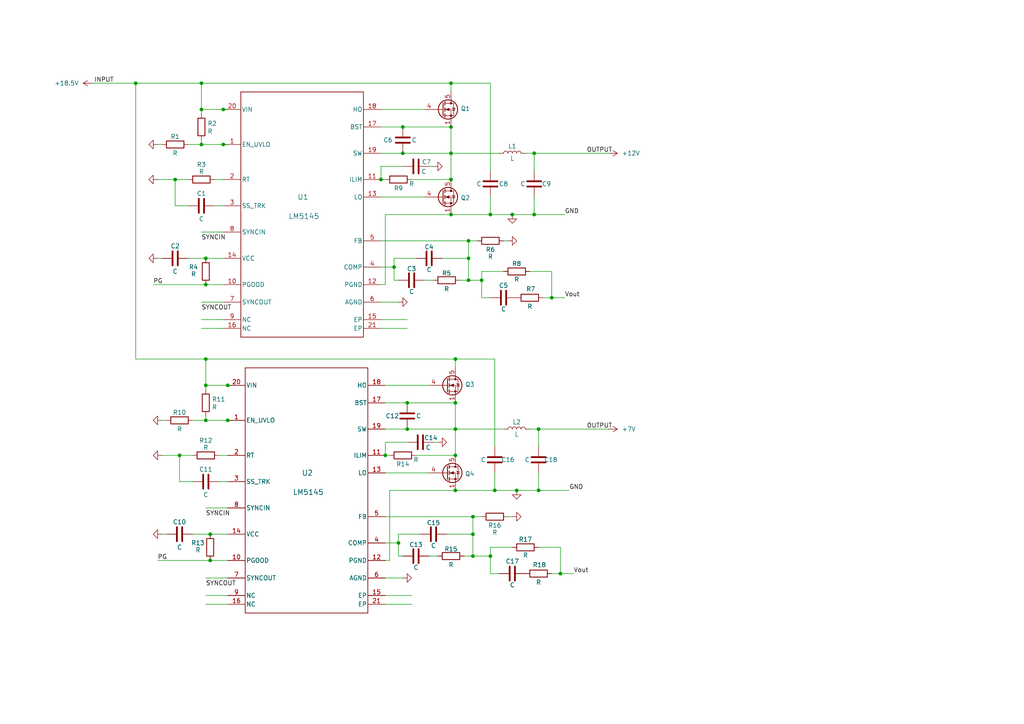
<source format=kicad_sch>
(kicad_sch (version 20231120) (generator "eeschema") (generator_version "8.0")
  (paper "A4")
  (lib_symbols
    (symbol "2024-07-27_02-47-30:LM5145RGYR" (pin_names (offset 0.254))
      (property "Reference" "U" (at 0 2.54 0))
      (property "Value" "LM5145RGYR" (at 0 0 0))
      (symbol "LM5145RGYR_0_1"
        (polyline (pts (xy -17.78 -35.56) (xy 17.78 -35.56)) (stroke (width 0.2032)))
        (polyline (pts (xy -17.78 35.56) (xy -17.78 -35.56)) (stroke (width 0.2032)))
        (polyline (pts (xy 17.78 -35.56) (xy 17.78 35.56)) (stroke (width 0.2032)))
        (polyline (pts (xy 17.78 35.56) (xy -17.78 35.56)) (stroke (width 0.2032)))
        (pin input line (at -22.86 20.32 0) (length 5.08) (name "EN_UVLO") (number "1"))
        (pin open_collector line (at -22.86 -20.32 0) (length 5.08) (name "PGOOD") (number "10"))
        (pin input line (at 22.86 10.16 180) (length 5.08) (name "ILIM") (number "11"))
        (pin power_in line (at 22.86 -20.32 180) (length 5.08) (name "PGND") (number "12"))
        (pin output line (at 22.86 5.08 180) (length 5.08) (name "LO") (number "13"))
        (pin power_in line (at -22.86 -12.7 0) (length 5.08) (name "VCC") (number "14"))
        (pin power_in line (at 22.86 -30.48 180) (length 5.08) (name "EP") (number "15"))
        (pin unspecified line (at -22.86 -33.02 0) (length 5.08) (name "NC") (number "16"))
        (pin unspecified line (at 22.86 25.4 180) (length 5.08) (name "BST") (number "17"))
        (pin output line (at 22.86 30.48 180) (length 5.08) (name "HO") (number "18"))
        (pin power_in line (at 22.86 17.78 180) (length 5.08) (name "SW") (number "19"))
        (pin input line (at -22.86 10.16 0) (length 5.08) (name "RT") (number "2"))
        (pin power_in line (at -22.86 30.48 0) (length 5.08) (name "VIN") (number "20"))
        (pin power_in line (at 22.86 -33.02 180) (length 5.08) (name "EP") (number "21"))
        (pin input line (at -22.86 2.54 0) (length 5.08) (name "SS_TRK") (number "3"))
        (pin unspecified line (at 22.86 -15.24 180) (length 5.08) (name "COMP") (number "4"))
        (pin input line (at 22.86 -7.62 180) (length 5.08) (name "FB") (number "5"))
        (pin power_in line (at 22.86 -25.4 180) (length 5.08) (name "AGND") (number "6"))
        (pin output line (at -22.86 -25.4 0) (length 5.08) (name "SYNCOUT") (number "7"))
        (pin input line (at -22.86 -5.08 0) (length 5.08) (name "SYNCIN") (number "8"))
        (pin unspecified line (at -22.86 -30.48 0) (length 5.08) (name "NC") (number "9"))
      )
    )
    (symbol "Device:C" (pin_numbers hide) (pin_names (offset 0.254))
      (property "Reference" "C" (at 0.635 2.54 0))
      (property "Value" "C" (at 0.635 -2.54 0))
      (symbol "C_0_1"
        (polyline (pts (xy -2.032 -0.762) (xy 2.032 -0.762)) (stroke (width 0.508)))
        (polyline (pts (xy -2.032 0.762) (xy 2.032 0.762)) (stroke (width 0.508)))
      )
      (symbol "C_1_1"
        (pin passive line (at 0 3.81 270) (length 2.794) (name "~") (number "1"))
        (pin passive line (at 0 -3.81 90) (length 2.794) (name "~") (number "2"))
      )
    )
    (symbol "Device:L" (pin_numbers hide) (pin_names (offset 1.016) hide)
      (property "Reference" "L" (at -1.27 0 90))
      (property "Value" "L" (at 1.905 0 90))
      (symbol "L_0_1"
        (arc (start 0 -2.54) (mid 0.6323 -1.905) (end 0 -1.27))
        (arc (start 0 -1.27) (mid 0.6323 -0.635) (end 0 0))
        (arc (start 0 0) (mid 0.6323 0.635) (end 0 1.27))
        (arc (start 0 1.27) (mid 0.6323 1.905) (end 0 2.54))
      )
      (symbol "L_1_1"
        (pin passive line (at 0 3.81 270) (length 1.27) (name "1") (number "1"))
        (pin passive line (at 0 -3.81 90) (length 1.27) (name "2") (number "2"))
      )
    )
    (symbol "Device:R" (pin_numbers hide) (pin_names (offset 0))
      (property "Reference" "R" (at 2.032 0 90))
      (property "Value" "R" (at 0 0 90))
      (symbol "R_0_1"
        (rectangle (start -1.016 -2.54) (end 1.016 2.54) (stroke (width 0.254)))
      )
      (symbol "R_1_1"
        (pin passive line (at 0 3.81 270) (length 1.27) (name "~") (number "1"))
        (pin passive line (at 0 -3.81 90) (length 1.27) (name "~") (number "2"))
      )
    )
    (symbol "Transistor_FET:CSD18563Q5A" (pin_names hide)
      (property "Reference" "Q" (at 5.08 1.905 0))
      (property "Value" "CSD18563Q5A" (at 5.08 0 0))
      (symbol "CSD18563Q5A_0_1"
        (polyline (pts (xy 0.254 0) (xy -2.54 0)))
        (polyline (pts (xy 0.254 1.905) (xy 0.254 -1.905)) (stroke (width 0.254)))
        (polyline (pts (xy 0.762 -1.27) (xy 0.762 -2.286)) (stroke (width 0.254)))
        (polyline (pts (xy 0.762 0.508) (xy 0.762 -0.508)) (stroke (width 0.254)))
        (polyline (pts (xy 0.762 2.286) (xy 0.762 1.27)) (stroke (width 0.254)))
        (polyline (pts (xy 2.54 2.54) (xy 2.54 1.778)))
        (polyline (pts (xy 2.54 -2.54) (xy 2.54 0) (xy 0.762 0)))
        (polyline (pts (xy 0.762 -1.778) (xy 3.302 -1.778) (xy 3.302 1.778) (xy 0.762 1.778)))
        (polyline (pts (xy 1.016 0) (xy 2.032 0.381) (xy 2.032 -0.381) (xy 1.016 0)) (fill (type outline)))
        (polyline (pts (xy 2.794 0.508) (xy 2.921 0.381) (xy 3.683 0.381) (xy 3.81 0.254)))
        (polyline (pts (xy 3.302 0.381) (xy 2.921 -0.254) (xy 3.683 -0.254) (xy 3.302 0.381)))
        (circle (center 1.651 0) (radius 2.794) (stroke (width 0.254)))
        (circle (center 2.54 -1.778) (radius 0.254) (fill (type outline)))
        (circle (center 2.54 1.778) (radius 0.254) (fill (type outline)))
      )
      (symbol "CSD18563Q5A_1_1"
        (pin passive line (at 2.54 -5.08 90) (length 2.54) (name "S") (number "1"))
        (pin passive line (at 2.54 -5.08 90) (length 2.54) hide (name "S") (number "2"))
        (pin passive line (at 2.54 -5.08 90) (length 2.54) hide (name "S") (number "3"))
        (pin passive line (at -5.08 0 0) (length 2.54) (name "G") (number "4"))
        (pin passive line (at 2.54 5.08 270) (length 2.54) (name "D") (number "5"))
      )
    )
    (symbol "power:+12V" (power) (pin_numbers hide) (pin_names (offset 0) hide)
      (property "Value" "+12V" (at 0 3.556 0))
      (symbol "+12V_0_1"
        (polyline (pts (xy -0.762 1.27) (xy 0 2.54)))
        (polyline (pts (xy 0 0) (xy 0 2.54)))
        (polyline (pts (xy 0 2.54) (xy 0.762 1.27)))
      )
      (symbol "+12V_1_1"
        (pin power_in line (at 0 0 90) (length 0) (name "~") (number "1"))
      )
    )
    (symbol "power:+7.5V" (power) (pin_numbers hide) (pin_names (offset 0) hide)
      (property "Value" "+7.5V" (at 0 3.556 0))
      (symbol "+7.5V_0_1"
        (polyline (pts (xy -0.762 1.27) (xy 0 2.54)))
        (polyline (pts (xy 0 0) (xy 0 2.54)))
        (polyline (pts (xy 0 2.54) (xy 0.762 1.27)))
      )
      (symbol "+7.5V_1_1"
        (pin power_in line (at 0 0 90) (length 0) (name "~") (number "1"))
      )
    )
    (symbol "power:GND" (power) (pin_numbers hide) (pin_names (offset 0) hide)
      (property "Value" "GND" (at 0 -3.81 0))
      (symbol "GND_0_1"
        (polyline (pts (xy 0 0) (xy 0 -1.27) (xy 1.27 -1.27) (xy 0 -2.54) (xy -1.27 -1.27) (xy 0 -1.27)))
      )
      (symbol "GND_1_1"
        (pin power_in line (at 0 0 270) (length 0) (name "~") (number "1"))
      )
    )
  )
  (junction (at 137.16 154.94))
  (junction (at 59.69 111.76))
  (junction (at 116.84 36.83))
  (junction (at 130.81 36.83))
  (junction (at 156.21 124.46))
  (junction (at 59.69 121.92))
  (junction (at 132.08 124.46))
  (junction (at 114.3 77.47))
  (junction (at 149.86 142.24))
  (junction (at 115.57 157.48))
  (junction (at 39.37 24.13))
  (junction (at 59.69 104.14))
  (junction (at 162.56 166.37))
  (junction (at 130.81 24.13))
  (junction (at 142.24 161.29))
  (junction (at 110.49 52.07))
  (junction (at 132.08 104.14))
  (junction (at 50.8 52.07))
  (junction (at 111.76 132.08))
  (junction (at 132.08 116.84))
  (junction (at 160.02 86.36))
  (junction (at 58.42 24.13))
  (junction (at 116.84 44.45))
  (junction (at 139.7 81.28))
  (junction (at 64.77 41.91))
  (junction (at 130.81 62.23))
  (junction (at 52.07 132.08))
  (junction (at 135.89 69.85))
  (junction (at 143.51 142.24))
  (junction (at 66.04 121.92))
  (junction (at 156.21 142.24))
  (junction (at 148.59 62.23))
  (junction (at 154.94 44.45))
  (junction (at 60.96 154.94))
  (junction (at 142.24 62.23))
  (junction (at 130.81 52.07))
  (junction (at 118.11 116.84))
  (junction (at 64.77 31.75))
  (junction (at 58.42 41.91))
  (junction (at 132.08 132.08))
  (junction (at 132.08 142.24))
  (junction (at 135.89 74.93))
  (junction (at 60.96 162.56))
  (junction (at 118.11 124.46))
  (junction (at 59.69 82.55))
  (junction (at 154.94 62.23))
  (junction (at 137.16 161.29))
  (junction (at 59.69 74.93))
  (junction (at 58.42 31.75))
  (junction (at 130.81 44.45))
  (junction (at 66.04 111.76))
  (junction (at 135.89 81.28))
  (junction (at 137.16 149.86))
  (wire (pts (xy 67.31 121.92) (xy 66.04 121.92)))
  (wire (pts (xy 143.51 142.24) (xy 149.86 142.24)))
  (wire (pts (xy 157.48 86.36) (xy 160.02 86.36)))
  (wire (pts (xy 110.49 31.75) (xy 123.19 31.75)))
  (wire (pts (xy 132.08 104.14) (xy 132.08 106.68)))
  (wire (pts (xy 59.69 111.76) (xy 59.69 113.03)))
  (wire (pts (xy 110.49 48.26) (xy 110.49 52.07)))
  (wire (pts (xy 154.94 62.23) (xy 163.83 62.23)))
  (wire (pts (xy 111.76 157.48) (xy 115.57 157.48)))
  (wire (pts (xy 46.99 154.94) (xy 48.26 154.94)))
  (wire (pts (xy 130.81 62.23) (xy 142.24 62.23)))
  (wire (pts (xy 110.49 57.15) (xy 123.19 57.15)))
  (wire (pts (xy 142.24 158.75) (xy 148.59 158.75)))
  (wire (pts (xy 132.08 124.46) (xy 132.08 132.08)))
  (wire (pts (xy 135.89 81.28) (xy 139.7 81.28)))
  (wire (pts (xy 62.23 59.69) (xy 64.77 59.69)))
  (wire (pts (xy 118.11 124.46) (xy 132.08 124.46)))
  (wire (pts (xy 110.49 92.71) (xy 118.11 92.71)))
  (wire (pts (xy 121.92 154.94) (xy 115.57 154.94)))
  (wire (pts (xy 115.57 154.94) (xy 115.57 157.48)))
  (wire (pts (xy 54.61 74.93) (xy 59.69 74.93)))
  (wire (pts (xy 115.57 81.28) (xy 114.3 81.28)))
  (wire (pts (xy 116.84 161.29) (xy 115.57 161.29)))
  (wire (pts (xy 111.76 172.72) (xy 119.38 172.72)))
  (wire (pts (xy 58.42 31.75) (xy 58.42 33.02)))
  (wire (pts (xy 142.24 161.29) (xy 142.24 166.37)))
  (wire (pts (xy 130.81 44.45) (xy 130.81 52.07)))
  (wire (pts (xy 58.42 92.71) (xy 64.77 92.71)))
  (wire (pts (xy 148.59 62.23) (xy 154.94 62.23)))
  (wire (pts (xy 135.89 69.85) (xy 135.89 74.93)))
  (wire (pts (xy 162.56 166.37) (xy 166.37 166.37)))
  (wire (pts (xy 111.76 149.86) (xy 137.16 149.86)))
  (wire (pts (xy 110.49 77.47) (xy 114.3 77.47)))
  (wire (pts (xy 66.04 31.75) (xy 64.77 31.75)))
  (wire (pts (xy 142.24 62.23) (xy 148.59 62.23)))
  (wire (pts (xy 124.46 48.26) (xy 125.73 48.26)))
  (wire (pts (xy 46.99 132.08) (xy 52.07 132.08)))
  (wire (pts (xy 52.07 132.08) (xy 55.88 132.08)))
  (wire (pts (xy 123.19 81.28) (xy 125.73 81.28)))
  (wire (pts (xy 139.7 86.36) (xy 142.24 86.36)))
  (wire (pts (xy 113.03 142.24) (xy 132.08 142.24)))
  (wire (pts (xy 39.37 104.14) (xy 59.69 104.14)))
  (wire (pts (xy 111.76 62.23) (xy 130.81 62.23)))
  (wire (pts (xy 45.72 52.07) (xy 50.8 52.07)))
  (wire (pts (xy 66.04 111.76) (xy 59.69 111.76)))
  (wire (pts (xy 156.21 124.46) (xy 156.21 129.54)))
  (wire (pts (xy 59.69 175.26) (xy 66.04 175.26)))
  (wire (pts (xy 152.4 44.45) (xy 154.94 44.45)))
  (wire (pts (xy 39.37 24.13) (xy 39.37 104.14)))
  (wire (pts (xy 156.21 137.16) (xy 156.21 142.24)))
  (wire (pts (xy 111.76 52.07) (xy 110.49 52.07)))
  (wire (pts (xy 62.23 52.07) (xy 64.77 52.07)))
  (wire (pts (xy 139.7 78.74) (xy 139.7 81.28)))
  (wire (pts (xy 67.31 111.76) (xy 66.04 111.76)))
  (wire (pts (xy 129.54 154.94) (xy 137.16 154.94)))
  (wire (pts (xy 58.42 40.64) (xy 58.42 41.91)))
  (wire (pts (xy 111.76 128.27) (xy 111.76 132.08)))
  (wire (pts (xy 160.02 166.37) (xy 162.56 166.37)))
  (wire (pts (xy 162.56 158.75) (xy 162.56 166.37)))
  (wire (pts (xy 50.8 52.07) (xy 54.61 52.07)))
  (wire (pts (xy 135.89 74.93) (xy 135.89 81.28)))
  (wire (pts (xy 147.32 149.86) (xy 148.59 149.86)))
  (wire (pts (xy 58.42 24.13) (xy 130.81 24.13)))
  (wire (pts (xy 137.16 149.86) (xy 137.16 154.94)))
  (wire (pts (xy 156.21 142.24) (xy 165.1 142.24)))
  (wire (pts (xy 137.16 161.29) (xy 142.24 161.29)))
  (wire (pts (xy 50.8 59.69) (xy 50.8 52.07)))
  (wire (pts (xy 142.24 166.37) (xy 144.78 166.37)))
  (wire (pts (xy 125.73 128.27) (xy 127 128.27)))
  (wire (pts (xy 114.3 74.93) (xy 114.3 77.47)))
  (wire (pts (xy 115.57 161.29) (xy 115.57 157.48)))
  (wire (pts (xy 110.49 48.26) (xy 116.84 48.26)))
  (wire (pts (xy 58.42 41.91) (xy 64.77 41.91)))
  (wire (pts (xy 132.08 142.24) (xy 143.51 142.24)))
  (wire (pts (xy 116.84 44.45) (xy 130.81 44.45)))
  (wire (pts (xy 48.26 121.92) (xy 46.99 121.92)))
  (wire (pts (xy 139.7 81.28) (xy 139.7 86.36)))
  (wire (pts (xy 139.7 78.74) (xy 146.05 78.74)))
  (wire (pts (xy 111.76 124.46) (xy 118.11 124.46)))
  (wire (pts (xy 58.42 87.63) (xy 64.77 87.63)))
  (wire (pts (xy 52.07 139.7) (xy 55.88 139.7)))
  (wire (pts (xy 46.99 41.91) (xy 45.72 41.91)))
  (wire (pts (xy 130.81 24.13) (xy 130.81 26.67)))
  (wire (pts (xy 50.8 59.69) (xy 54.61 59.69)))
  (wire (pts (xy 45.72 74.93) (xy 46.99 74.93)))
  (wire (pts (xy 66.04 41.91) (xy 64.77 41.91)))
  (wire (pts (xy 120.65 132.08) (xy 132.08 132.08)))
  (wire (pts (xy 113.03 132.08) (xy 111.76 132.08)))
  (wire (pts (xy 130.81 24.13) (xy 142.24 24.13)))
  (wire (pts (xy 111.76 116.84) (xy 118.11 116.84)))
  (wire (pts (xy 160.02 86.36) (xy 163.83 86.36)))
  (wire (pts (xy 44.45 82.55) (xy 59.69 82.55)))
  (wire (pts (xy 110.49 44.45) (xy 116.84 44.45)))
  (wire (pts (xy 110.49 36.83) (xy 116.84 36.83)))
  (wire (pts (xy 132.08 104.14) (xy 143.51 104.14)))
  (wire (pts (xy 59.69 104.14) (xy 59.69 111.76)))
  (wire (pts (xy 134.62 161.29) (xy 137.16 161.29)))
  (wire (pts (xy 149.86 142.24) (xy 156.21 142.24)))
  (wire (pts (xy 130.81 36.83) (xy 130.81 44.45)))
  (wire (pts (xy 110.49 95.25) (xy 118.11 95.25)))
  (wire (pts (xy 59.69 172.72) (xy 66.04 172.72)))
  (wire (pts (xy 54.61 41.91) (xy 58.42 41.91)))
  (wire (pts (xy 124.46 161.29) (xy 127 161.29)))
  (wire (pts (xy 156.21 158.75) (xy 162.56 158.75)))
  (wire (pts (xy 59.69 104.14) (xy 132.08 104.14)))
  (wire (pts (xy 110.49 87.63) (xy 115.57 87.63)))
  (wire (pts (xy 111.76 167.64) (xy 116.84 167.64)))
  (wire (pts (xy 138.43 69.85) (xy 135.89 69.85)))
  (wire (pts (xy 59.69 120.65) (xy 59.69 121.92)))
  (wire (pts (xy 142.24 57.15) (xy 142.24 62.23)))
  (wire (pts (xy 142.24 158.75) (xy 142.24 161.29)))
  (wire (pts (xy 59.69 74.93) (xy 64.77 74.93)))
  (wire (pts (xy 119.38 52.07) (xy 130.81 52.07)))
  (wire (pts (xy 116.84 36.83) (xy 130.81 36.83)))
  (wire (pts (xy 111.76 111.76) (xy 124.46 111.76)))
  (wire (pts (xy 143.51 137.16) (xy 143.51 142.24)))
  (wire (pts (xy 111.76 128.27) (xy 118.11 128.27)))
  (wire (pts (xy 52.07 139.7) (xy 52.07 132.08)))
  (wire (pts (xy 111.76 137.16) (xy 124.46 137.16)))
  (wire (pts (xy 153.67 78.74) (xy 160.02 78.74)))
  (wire (pts (xy 142.24 24.13) (xy 142.24 49.53)))
  (wire (pts (xy 63.5 139.7) (xy 66.04 139.7)))
  (wire (pts (xy 113.03 142.24) (xy 113.03 162.56)))
  (wire (pts (xy 139.7 149.86) (xy 137.16 149.86)))
  (wire (pts (xy 45.72 162.56) (xy 60.96 162.56)))
  (wire (pts (xy 64.77 31.75) (xy 58.42 31.75)))
  (wire (pts (xy 63.5 132.08) (xy 66.04 132.08)))
  (wire (pts (xy 39.37 24.13) (xy 58.42 24.13)))
  (wire (pts (xy 60.96 154.94) (xy 66.04 154.94)))
  (wire (pts (xy 118.11 116.84) (xy 132.08 116.84)))
  (wire (pts (xy 143.51 104.14) (xy 143.51 129.54)))
  (wire (pts (xy 160.02 78.74) (xy 160.02 86.36)))
  (wire (pts (xy 128.27 74.93) (xy 135.89 74.93)))
  (wire (pts (xy 154.94 44.45) (xy 154.94 49.53)))
  (wire (pts (xy 59.69 82.55) (xy 64.77 82.55)))
  (wire (pts (xy 113.03 162.56) (xy 111.76 162.56)))
  (wire (pts (xy 137.16 154.94) (xy 137.16 161.29)))
  (wire (pts (xy 133.35 81.28) (xy 135.89 81.28)))
  (wire (pts (xy 154.94 57.15) (xy 154.94 62.23)))
  (wire (pts (xy 111.76 175.26) (xy 119.38 175.26)))
  (wire (pts (xy 26.67 24.13) (xy 39.37 24.13)))
  (wire (pts (xy 154.94 44.45) (xy 176.53 44.45)))
  (wire (pts (xy 156.21 124.46) (xy 176.53 124.46)))
  (wire (pts (xy 132.08 116.84) (xy 132.08 124.46)))
  (wire (pts (xy 60.96 162.56) (xy 66.04 162.56)))
  (wire (pts (xy 110.49 69.85) (xy 135.89 69.85)))
  (wire (pts (xy 120.65 74.93) (xy 114.3 74.93)))
  (wire (pts (xy 146.05 69.85) (xy 147.32 69.85)))
  (wire (pts (xy 59.69 121.92) (xy 66.04 121.92)))
  (wire (pts (xy 59.69 147.32) (xy 66.04 147.32)))
  (wire (pts (xy 114.3 81.28) (xy 114.3 77.47)))
  (wire (pts (xy 58.42 67.31) (xy 64.77 67.31)))
  (wire (pts (xy 59.69 167.64) (xy 66.04 167.64)))
  (wire (pts (xy 130.81 44.45) (xy 144.78 44.45)))
  (wire (pts (xy 153.67 124.46) (xy 156.21 124.46)))
  (wire (pts (xy 58.42 95.25) (xy 64.77 95.25)))
  (wire (pts (xy 55.88 154.94) (xy 60.96 154.94)))
  (wire (pts (xy 111.76 82.55) (xy 110.49 82.55)))
  (wire (pts (xy 132.08 124.46) (xy 146.05 124.46)))
  (wire (pts (xy 55.88 121.92) (xy 59.69 121.92)))
  (wire (pts (xy 111.76 62.23) (xy 111.76 82.55)))
  (wire (pts (xy 58.42 24.13) (xy 58.42 31.75)))
  (label "Vout" (at 166.37 166.37 0))
  (label "PG" (at 44.45 82.55 0))
  (label "GND" (at 163.83 62.23 0))
  (label "SYNCIN" (at 59.69 149.86 0))
  (label "OUTPUT" (at 170.18 44.45 0))
  (label "Vout" (at 163.83 86.36 0))
  (label "SYNCIN" (at 58.42 69.85 0))
  (label "INPUT" (at 33.02 24.13 180))
  (label "SYNCOUT" (at 58.42 90.17 0))
  (label "GND" (at 165.1 142.24 0))
  (label "OUTPUT" (at 170.18 124.46 0))
  (label "PG" (at 45.72 162.56 0))
  (label "SYNCOUT" (at 59.69 170.18 0))
  (symbol (lib_id "power:GND") (at 116.84 167.64 90) (unit 1)
    (property "Reference" "#PWR013" (effects (hide yes)))
    (property "Value" "GND" (effects (hide yes)))
    (property "Description" "Power symbol creates a global label with name \"GND\" , ground" (effects (hide yes)))
  )
  (symbol (lib_id "Device:L") (at 148.59 44.45 90) (unit 1)
    (property "Reference" "L1" (at 148.59 42.418 90))
    (property "Value" "L" (at 148.59 45.974 90))
    (property "Description" "Inductor" (effects (hide yes)))
  )
  (symbol (lib_id "Device:R") (at 115.57 52.07 90) (unit 1)
    (property "Reference" "R9" (at 115.57 54.61 90))
    (property "Value" "R" (at 119.38 53.34 90))
    (property "Description" "Resistor" (effects (hide yes)))
  )
  (symbol (lib_id "power:GND") (at 148.59 149.86 90) (unit 1)
    (property "Reference" "#PWR015" (effects (hide yes)))
    (property "Value" "GND" (effects (hide yes)))
    (property "Description" "Power symbol creates a global label with name \"GND\" , ground" (effects (hide yes)))
  )
  (symbol (lib_id "Device:C") (at 143.51 133.35 0) (unit 1)
    (property "Reference" "C16" (at 147.32 133.35 0))
    (property "Value" "C" (at 140.208 133.35 0))
    (property "Description" "Unpolarized capacitor" (effects (hide yes)))
  )
  (symbol (lib_id "Device:R") (at 143.51 149.86 90) (unit 1)
    (property "Reference" "R16" (at 143.51 152.4 90))
    (property "Value" "R" (at 143.51 154.432 90))
    (property "Description" "Resistor" (effects (hide yes)))
  )
  (symbol (lib_id "power:GND") (at 127 128.27 90) (unit 1)
    (property "Reference" "#PWR014" (effects (hide yes)))
    (property "Value" "GND" (effects (hide yes)))
    (property "Description" "Power symbol creates a global label with name \"GND\" , ground" (effects (hide yes)))
  )
  (symbol (lib_id "Device:C") (at 148.59 166.37 90) (unit 1)
    (property "Reference" "C17" (at 148.59 162.814 90))
    (property "Value" "C" (at 148.59 169.672 90))
    (property "Description" "Unpolarized capacitor" (effects (hide yes)))
  )
  (symbol (lib_id "power:+7.5V") (at 176.53 124.46 270) (unit 1)
    (property "Reference" "#PWR017" (effects (hide yes)))
    (property "Value" "+7V" (at 180.34 124.4599 90) (effects (justify left)))
    (property "Description" "Power symbol creates a global label with name \"+7.5V\"" (effects (hide yes)))
  )
  (symbol (lib_id "Device:C") (at 58.42 59.69 90) (unit 1)
    (property "Reference" "C1" (at 58.42 56.134 90))
    (property "Value" "C" (at 58.42 63.5 90))
    (property "Description" "Unpolarized capacitor" (effects (hide yes)))
  )
  (symbol (lib_id "Device:C") (at 125.73 154.94 90) (unit 1)
    (property "Reference" "C15" (at 125.73 151.638 90))
    (property "Value" "C" (at 125.73 158.242 90))
    (property "Description" "Unpolarized capacitor" (effects (hide yes)))
  )
  (symbol (lib_id "power:GND") (at 45.72 41.91 270) (unit 1)
    (property "Reference" "#PWR01" (effects (hide yes)))
    (property "Value" "GND" (effects (hide yes)))
    (property "Description" "Power symbol creates a global label with name \"GND\" , ground" (effects (hide yes)))
  )
  (symbol (lib_id "Device:C") (at 119.38 81.28 90) (unit 1)
    (property "Reference" "C3" (at 119.38 77.978 90))
    (property "Value" "C" (at 119.38 84.582 90))
    (property "Description" "Unpolarized capacitor" (effects (hide yes)))
  )
  (symbol (lib_id "power:GND") (at 46.99 121.92 270) (unit 1)
    (property "Reference" "#PWR010" (effects (hide yes)))
    (property "Value" "GND" (effects (hide yes)))
    (property "Description" "Power symbol creates a global label with name \"GND\" , ground" (effects (hide yes)))
  )
  (symbol (lib_id "power:GND") (at 149.86 142.24 0) (unit 1)
    (property "Reference" "#PWR016" (effects (hide yes)))
    (property "Value" "GND" (effects (hide yes)))
    (property "Description" "Power symbol creates a global label with name \"GND\" , ground" (effects (hide yes)))
  )
  (symbol (lib_id "power:GND") (at 46.99 154.94 270) (unit 1)
    (property "Reference" "#PWR012" (effects (hide yes)))
    (property "Value" "GND" (effects (hide yes)))
    (property "Description" "Power symbol creates a global label with name \"GND\" , ground" (effects (hide yes)))
  )
  (symbol (lib_id "power:+12V") (at 26.67 24.13 90) (unit 1)
    (property "Reference" "#PWR07" (effects (hide yes)))
    (property "Value" "+18.5V" (at 19.304 24.13 90))
    (property "Description" "Power symbol creates a global label with name \"+12V\"" (effects (hide yes)))
  )
  (symbol (lib_id "Transistor_FET:CSD18563Q5A") (at 128.27 31.75 0) (unit 1)
    (property "Reference" "Q1" (at 133.604 31.496 0) (effects (justify left)))
    (property "Value" "CSD18563Q5A" (effects (hide yes)))
    (property "Footprint" "Package_TO_SOT_SMD:TDSON-8-1" (effects (hide yes)))
    (property "Datasheet" "http://www.ti.com/lit/gpn/csd18563q5a" (effects (hide yes)))
    (property "Description" "100A Id, 60V Vds, NexFET N-Channel Power MOSFET, 6.8mOhm Ron, 15nC Qg(typ), SON8 5x6mm" (effects (hide yes)))
  )
  (symbol (lib_id "Device:C") (at 121.92 128.27 270) (unit 1)
    (property "Reference" "C14" (at 124.968 127 90))
    (property "Value" "C" (at 124.206 129.794 90))
    (property "Description" "Unpolarized capacitor" (effects (hide yes)))
  )
  (symbol (lib_id "power:GND") (at 45.72 74.93 270) (unit 1)
    (property "Reference" "#PWR04" (effects (hide yes)))
    (property "Value" "GND" (effects (hide yes)))
    (property "Description" "Power symbol creates a global label with name \"GND\" , ground" (effects (hide yes)))
  )
  (symbol (lib_id "Device:C") (at 124.46 74.93 90) (unit 1)
    (property "Reference" "C4" (at 124.46 71.628 90))
    (property "Value" "C" (at 124.46 78.232 90))
    (property "Description" "Unpolarized capacitor" (effects (hide yes)))
  )
  (symbol (lib_id "Device:R") (at 58.42 52.07 270) (unit 1)
    (property "Reference" "R3" (at 58.42 47.752 90))
    (property "Value" "R" (at 58.42 49.784 90))
    (property "Description" "Resistor" (effects (hide yes)))
  )
  (symbol (lib_id "power:GND") (at 125.73 48.26 90) (unit 1)
    (property "Reference" "#PWR06" (effects (hide yes)))
    (property "Value" "GND" (effects (hide yes)))
    (property "Description" "Power symbol creates a global label with name \"GND\" , ground" (effects (hide yes)))
  )
  (symbol (lib_id "Device:R") (at 129.54 81.28 90) (unit 1)
    (property "Reference" "R5" (at 129.54 79.248 90))
    (property "Value" "R" (at 129.54 83.82 90))
    (property "Description" "Resistor" (effects (hide yes)))
  )
  (symbol (lib_id "Device:L") (at 149.86 124.46 90) (unit 1)
    (property "Reference" "L2" (at 149.86 122.428 90))
    (property "Value" "L" (at 149.86 125.984 90))
    (property "Description" "Inductor" (effects (hide yes)))
  )
  (symbol (lib_id "Device:R") (at 156.21 166.37 90) (unit 1)
    (property "Reference" "R18" (at 156.464 163.83 90))
    (property "Value" "R" (at 156.21 168.91 90))
    (property "Description" "Resistor" (effects (hide yes)))
  )
  (symbol (lib_id "Transistor_FET:CSD18563Q5A") (at 128.27 57.15 0) (unit 1)
    (property "Reference" "Q2" (at 133.604 57.404 0) (effects (justify left)))
    (property "Value" "CSD18563Q5A" (effects (hide yes)))
    (property "Footprint" "Package_TO_SOT_SMD:TDSON-8-1" (effects (hide yes)))
    (property "Datasheet" "http://www.ti.com/lit/gpn/csd18563q5a" (effects (hide yes)))
    (property "Description" "100A Id, 60V Vds, NexFET N-Channel Power MOSFET, 6.8mOhm Ron, 15nC Qg(typ), SON8 5x6mm" (effects (hide yes)))
  )
  (symbol (lib_id "2024-07-27_02-47-30:LM5145RGYR") (at 88.9 142.24 0) (unit 1)
    (property "Reference" "U2" (at 89.154 137.16 0) (effects (font (size 1.524 1.524))))
    (property "Value" "LM5145" (at 89.408 142.748 0) (effects (font (size 1.524 1.524))))
    (property "Footprint" "RGY0020B" (effects (hide yes)))
    (property "Datasheet" "LM5145RGYR" (effects (hide yes)))
  )
  (symbol (lib_id "Device:R") (at 58.42 36.83 180) (unit 1)
    (property "Reference" "R2" (at 60.198 35.814 0) (effects (justify right)))
    (property "Value" "R" (at 60.198 38.1 0) (effects (justify right)))
    (property "Description" "Resistor" (effects (hide yes)))
  )
  (symbol (lib_id "Device:R") (at 116.84 132.08 90) (unit 1)
    (property "Reference" "R14" (at 116.84 134.62 90))
    (property "Value" "R" (at 120.65 133.35 90))
    (property "Description" "Resistor" (effects (hide yes)))
  )
  (symbol (lib_id "Device:C") (at 154.94 53.34 0) (unit 1)
    (property "Reference" "C9" (at 158.496 53.34 0))
    (property "Value" "C" (at 151.638 53.34 0))
    (property "Description" "Unpolarized capacitor" (effects (hide yes)))
  )
  (symbol (lib_id "Device:R") (at 152.4 158.75 90) (unit 1)
    (property "Reference" "R17" (at 152.4 156.464 90))
    (property "Value" "R" (at 152.4 161.036 90))
    (property "Description" "Resistor" (effects (hide yes)))
  )
  (symbol (lib_id "power:GND") (at 45.72 52.07 270) (unit 1)
    (property "Reference" "#PWR02" (effects (hide yes)))
    (property "Value" "GND" (effects (hide yes)))
    (property "Description" "Power symbol creates a global label with name \"GND\" , ground" (effects (hide yes)))
  )
  (symbol (lib_id "Device:C") (at 52.07 154.94 90) (unit 1)
    (property "Reference" "C10" (at 52.07 151.384 90))
    (property "Value" "C" (at 52.07 158.75 90))
    (property "Description" "Unpolarized capacitor" (effects (hide yes)))
  )
  (symbol (lib_id "Device:R") (at 50.8 41.91 270) (unit 1)
    (property "Reference" "R1" (at 50.8 39.624 90))
    (property "Value" "R" (at 50.8 44.45 90))
    (property "Description" "Resistor" (effects (hide yes)))
  )
  (symbol (lib_id "Device:C") (at 142.24 53.34 0) (unit 1)
    (property "Reference" "C8" (at 146.05 53.34 0))
    (property "Value" "C" (at 138.938 53.34 0))
    (property "Description" "Unpolarized capacitor" (effects (hide yes)))
  )
  (symbol (lib_id "Transistor_FET:CSD18563Q5A") (at 129.54 111.76 0) (unit 1)
    (property "Reference" "Q3" (at 134.874 111.506 0) (effects (justify left)))
    (property "Value" "CSD18563Q5A" (effects (hide yes)))
    (property "Footprint" "Package_TO_SOT_SMD:TDSON-8-1" (effects (hide yes)))
    (property "Datasheet" "http://www.ti.com/lit/gpn/csd18563q5a" (effects (hide yes)))
    (property "Description" "100A Id, 60V Vds, NexFET N-Channel Power MOSFET, 6.8mOhm Ron, 15nC Qg(typ), SON8 5x6mm" (effects (hide yes)))
  )
  (symbol (lib_id "power:GND") (at 115.57 87.63 90) (unit 1)
    (property "Reference" "#PWR03" (effects (hide yes)))
    (property "Value" "GND" (effects (hide yes)))
    (property "Description" "Power symbol creates a global label with name \"GND\" , ground" (effects (hide yes)))
  )
  (symbol (lib_id "Device:R") (at 130.81 161.29 90) (unit 1)
    (property "Reference" "R15" (at 130.81 159.258 90))
    (property "Value" "R" (at 130.81 163.83 90))
    (property "Description" "Resistor" (effects (hide yes)))
  )
  (symbol (lib_id "power:GND") (at 147.32 69.85 90) (unit 1)
    (property "Reference" "#PWR05" (effects (hide yes)))
    (property "Value" "GND" (effects (hide yes)))
    (property "Description" "Power symbol creates a global label with name \"GND\" , ground" (effects (hide yes)))
  )
  (symbol (lib_id "Device:R") (at 59.69 116.84 180) (unit 1)
    (property "Reference" "R11" (at 61.468 115.824 0) (effects (justify right)))
    (property "Value" "R" (at 61.468 118.11 0) (effects (justify right)))
    (property "Description" "Resistor" (effects (hide yes)))
  )
  (symbol (lib_id "2024-07-27_02-47-30:LM5145RGYR") (at 87.63 62.23 0) (unit 1)
    (property "Reference" "U1" (at 87.884 57.15 0) (effects (font (size 1.524 1.524))))
    (property "Value" "LM5145" (at 88.138 62.738 0) (effects (font (size 1.524 1.524))))
    (property "Footprint" "RGY0020B" (effects (hide yes)))
    (property "Datasheet" "LM5145RGYR" (effects (hide yes)))
  )
  (symbol (lib_id "Device:C") (at 156.21 133.35 0) (unit 1)
    (property "Reference" "C18" (at 159.766 133.35 0))
    (property "Value" "C" (at 152.908 133.35 0))
    (property "Description" "Unpolarized capacitor" (effects (hide yes)))
  )
  (symbol (lib_id "Device:R") (at 59.69 78.74 0) (unit 1)
    (property "Reference" "R4" (at 56.134 77.47 0))
    (property "Value" "R" (at 56.134 79.502 0))
    (property "Description" "Resistor" (effects (hide yes)))
  )
  (symbol (lib_id "Device:C") (at 120.65 161.29 90) (unit 1)
    (property "Reference" "C13" (at 120.65 157.988 90))
    (property "Value" "C" (at 120.65 164.592 90))
    (property "Description" "Unpolarized capacitor" (effects (hide yes)))
  )
  (symbol (lib_id "Device:R") (at 59.69 132.08 270) (unit 1)
    (property "Reference" "R12" (at 59.69 127.762 90))
    (property "Value" "R" (at 59.69 129.794 90))
    (property "Description" "Resistor" (effects (hide yes)))
  )
  (symbol (lib_id "power:GND") (at 148.59 62.23 0) (unit 1)
    (property "Reference" "#PWR08" (effects (hide yes)))
    (property "Value" "GND" (effects (hide yes)))
    (property "Description" "Power symbol creates a global label with name \"GND\" , ground" (effects (hide yes)))
  )
  (symbol (lib_id "Transistor_FET:CSD18563Q5A") (at 129.54 137.16 0) (unit 1)
    (property "Reference" "Q4" (at 134.874 137.414 0) (effects (justify left)))
    (property "Value" "CSD18563Q5A" (effects (hide yes)))
    (property "Footprint" "Package_TO_SOT_SMD:TDSON-8-1" (effects (hide yes)))
    (property "Datasheet" "http://www.ti.com/lit/gpn/csd18563q5a" (effects (hide yes)))
    (property "Description" "100A Id, 60V Vds, NexFET N-Channel Power MOSFET, 6.8mOhm Ron, 15nC Qg(typ), SON8 5x6mm" (effects (hide yes)))
  )
  (symbol (lib_id "power:GND") (at 46.99 132.08 270) (unit 1)
    (property "Reference" "#PWR011" (effects (hide yes)))
    (property "Value" "GND" (effects (hide yes)))
    (property "Description" "Power symbol creates a global label with name \"GND\" , ground" (effects (hide yes)))
  )
  (symbol (lib_id "Device:C") (at 118.11 120.65 180) (unit 1)
    (property "Reference" "C12" (at 113.792 120.65 0))
    (property "Value" "C" (at 121.412 120.65 0))
    (property "Description" "Unpolarized capacitor" (effects (hide yes)))
  )
  (symbol (lib_id "Device:R") (at 60.96 158.75 0) (unit 1)
    (property "Reference" "R13" (at 57.404 157.48 0))
    (property "Value" "R" (at 57.404 159.512 0))
    (property "Description" "Resistor" (effects (hide yes)))
  )
  (symbol (lib_id "power:+12V") (at 176.53 44.45 270) (unit 1)
    (property "Reference" "#PWR09" (effects (hide yes)))
    (property "Value" "+12V" (at 180.34 44.4499 90) (effects (justify left)))
    (property "Description" "Power symbol creates a global label with name \"+12V\"" (effects (hide yes)))
  )
  (symbol (lib_id "Device:C") (at 120.65 48.26 270) (unit 1)
    (property "Reference" "C7" (at 123.698 46.99 90))
    (property "Value" "C" (at 122.936 49.784 90))
    (property "Description" "Unpolarized capacitor" (effects (hide yes)))
  )
  (symbol (lib_id "Device:C") (at 59.69 139.7 90) (unit 1)
    (property "Reference" "C11" (at 59.69 136.144 90))
    (property "Value" "C" (at 59.69 143.51 90))
    (property "Description" "Unpolarized capacitor" (effects (hide yes)))
  )
  (symbol (lib_id "Device:C") (at 146.05 86.36 90) (unit 1)
    (property "Reference" "C5" (at 146.05 82.804 90))
    (property "Value" "C" (at 146.05 89.662 90))
    (property "Description" "Unpolarized capacitor" (effects (hide yes)))
  )
  (symbol (lib_id "Device:C") (at 116.84 40.64 180) (unit 1)
    (property "Reference" "C6" (at 112.522 40.64 0))
    (property "Value" "C" (at 120.142 40.64 0))
    (property "Description" "Unpolarized capacitor" (effects (hide yes)))
  )
  (symbol (lib_id "Device:R") (at 52.07 121.92 270) (unit 1)
    (property "Reference" "R10" (at 52.07 119.634 90))
    (property "Value" "R" (at 52.07 124.46 90))
    (property "Description" "Resistor" (effects (hide yes)))
  )
  (symbol (lib_id "Device:R") (at 149.86 78.74 90) (unit 1)
    (property "Reference" "R8" (at 149.86 76.454 90))
    (property "Value" "R" (at 149.86 81.026 90))
    (property "Description" "Resistor" (effects (hide yes)))
  )
  (symbol (lib_id "Device:R") (at 153.67 86.36 90) (unit 1)
    (property "Reference" "R7" (at 153.924 83.82 90))
    (property "Value" "R" (at 153.67 88.9 90))
    (property "Description" "Resistor" (effects (hide yes)))
  )
  (symbol (lib_id "Device:R") (at 142.24 69.85 90) (unit 1)
    (property "Reference" "R6" (at 142.24 72.39 90))
    (property "Value" "R" (at 142.24 74.422 90))
    (property "Description" "Resistor" (effects (hide yes)))
  )
  (symbol (lib_id "Device:C") (at 50.8 74.93 90) (unit 1)
    (property "Reference" "C2" (at 50.8 71.374 90))
    (property "Value" "C" (at 50.8 78.74 90))
    (property "Description" "Unpolarized capacitor" (effects (hide yes)))
  )
)
</source>
